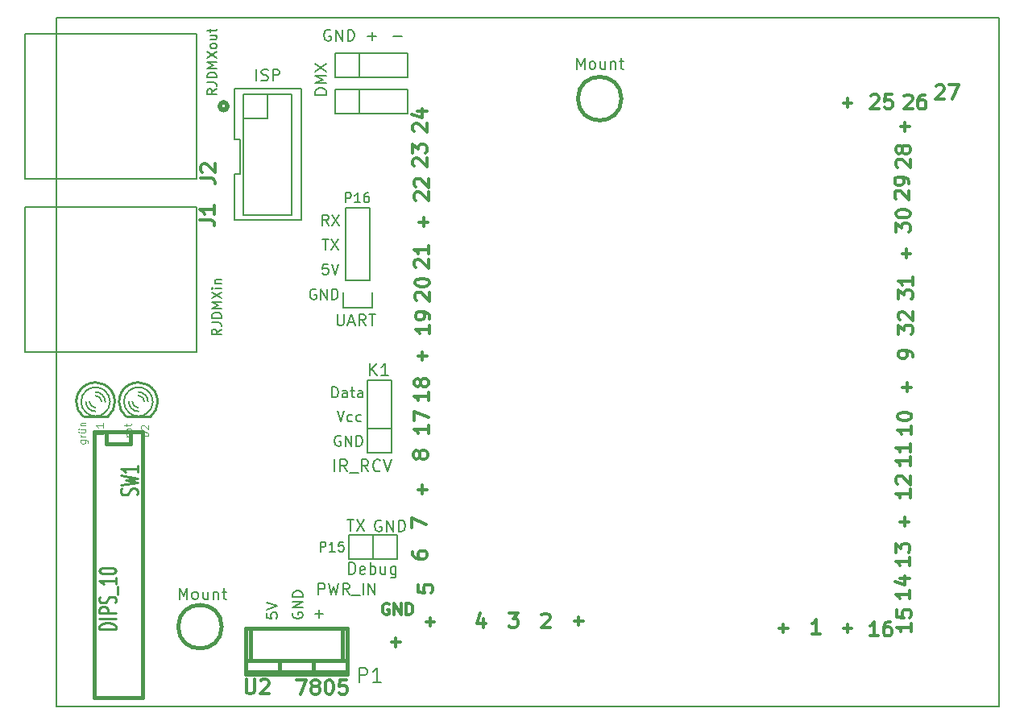
<source format=gto>
G04 #@! TF.FileFunction,Legend,Top*
%FSLAX46Y46*%
G04 Gerber Fmt 4.6, Leading zero omitted, Abs format (unit mm)*
G04 Created by KiCad (PCBNEW 4.1.0-alpha+201608211231+7083~46~ubuntu14.04.1-product) date Fri Aug 26 11:20:39 2016*
%MOMM*%
%LPD*%
G01*
G04 APERTURE LIST*
%ADD10C,0.150000*%
%ADD11C,0.300000*%
%ADD12C,0.200000*%
%ADD13C,0.500000*%
%ADD14C,0.127000*%
%ADD15C,0.381000*%
%ADD16C,0.254000*%
%ADD17C,0.152400*%
%ADD18C,0.304800*%
%ADD19C,0.203200*%
%ADD20C,0.088900*%
%ADD21C,0.285750*%
G04 APERTURE END LIST*
D10*
D11*
X80769742Y-87506185D02*
X79855457Y-87506185D01*
X80312600Y-87049042D02*
X80312600Y-87963328D01*
D12*
X50273200Y-86639295D02*
X50220819Y-86744057D01*
X50220819Y-86901200D01*
X50273200Y-87058342D01*
X50377961Y-87163104D01*
X50482723Y-87215485D01*
X50692247Y-87267866D01*
X50849390Y-87267866D01*
X51058914Y-87215485D01*
X51163676Y-87163104D01*
X51268438Y-87058342D01*
X51320819Y-86901200D01*
X51320819Y-86796438D01*
X51268438Y-86639295D01*
X51216057Y-86586914D01*
X50849390Y-86586914D01*
X50849390Y-86796438D01*
X51320819Y-86115485D02*
X50220819Y-86115485D01*
X51320819Y-85486914D01*
X50220819Y-85486914D01*
X51320819Y-84963104D02*
X50220819Y-84963104D01*
X50220819Y-84701200D01*
X50273200Y-84544057D01*
X50377961Y-84439295D01*
X50482723Y-84386914D01*
X50692247Y-84334533D01*
X50849390Y-84334533D01*
X51058914Y-84386914D01*
X51163676Y-84439295D01*
X51268438Y-84544057D01*
X51320819Y-84701200D01*
X51320819Y-84963104D01*
X52575852Y-86717971D02*
X53413947Y-86717971D01*
X52994900Y-87137019D02*
X52994900Y-86298923D01*
X47515719Y-86658423D02*
X47515719Y-87182233D01*
X48039528Y-87234614D01*
X47987147Y-87182233D01*
X47934766Y-87077471D01*
X47934766Y-86815566D01*
X47987147Y-86710804D01*
X48039528Y-86658423D01*
X48144290Y-86606042D01*
X48406195Y-86606042D01*
X48510957Y-86658423D01*
X48563338Y-86710804D01*
X48615719Y-86815566D01*
X48615719Y-87077471D01*
X48563338Y-87182233D01*
X48510957Y-87234614D01*
X47515719Y-86291757D02*
X48615719Y-85925090D01*
X47515719Y-85558423D01*
D11*
X109001842Y-88280885D02*
X108087557Y-88280885D01*
X108544700Y-87823742D02*
X108544700Y-88738028D01*
X102245442Y-88280885D02*
X101331157Y-88280885D01*
X101788300Y-87823742D02*
X101788300Y-88738028D01*
D12*
X52664804Y-52650300D02*
X52560042Y-52597919D01*
X52402900Y-52597919D01*
X52245757Y-52650300D01*
X52140995Y-52755061D01*
X52088614Y-52859823D01*
X52036233Y-53069347D01*
X52036233Y-53226490D01*
X52088614Y-53436014D01*
X52140995Y-53540776D01*
X52245757Y-53645538D01*
X52402900Y-53697919D01*
X52507661Y-53697919D01*
X52664804Y-53645538D01*
X52717185Y-53593157D01*
X52717185Y-53226490D01*
X52507661Y-53226490D01*
X53188614Y-53697919D02*
X53188614Y-52597919D01*
X53817185Y-53697919D01*
X53817185Y-52597919D01*
X54340995Y-53697919D02*
X54340995Y-52597919D01*
X54602900Y-52597919D01*
X54760042Y-52650300D01*
X54864804Y-52755061D01*
X54917185Y-52859823D01*
X54969566Y-53069347D01*
X54969566Y-53226490D01*
X54917185Y-53436014D01*
X54864804Y-53540776D01*
X54760042Y-53645538D01*
X54602900Y-53697919D01*
X54340995Y-53697919D01*
X53966476Y-49969019D02*
X53442666Y-49969019D01*
X53390285Y-50492828D01*
X53442666Y-50440447D01*
X53547428Y-50388066D01*
X53809333Y-50388066D01*
X53914095Y-50440447D01*
X53966476Y-50492828D01*
X54018857Y-50597590D01*
X54018857Y-50859495D01*
X53966476Y-50964257D01*
X53914095Y-51016638D01*
X53809333Y-51069019D01*
X53547428Y-51069019D01*
X53442666Y-51016638D01*
X53390285Y-50964257D01*
X54333142Y-49969019D02*
X54699809Y-51069019D01*
X55066476Y-49969019D01*
X54018066Y-45900119D02*
X53651400Y-45376309D01*
X53389495Y-45900119D02*
X53389495Y-44800119D01*
X53808542Y-44800119D01*
X53913304Y-44852500D01*
X53965685Y-44904880D01*
X54018066Y-45009642D01*
X54018066Y-45166785D01*
X53965685Y-45271547D01*
X53913304Y-45323928D01*
X53808542Y-45376309D01*
X53389495Y-45376309D01*
X54384733Y-44800119D02*
X55118066Y-45900119D01*
X55118066Y-44800119D02*
X54384733Y-45900119D01*
X53388704Y-47365519D02*
X54017276Y-47365519D01*
X53702990Y-48465519D02*
X53702990Y-47365519D01*
X54279180Y-47365519D02*
X55012514Y-48465519D01*
X55012514Y-47365519D02*
X54279180Y-48465519D01*
X54394480Y-64010319D02*
X54394480Y-62910319D01*
X54656385Y-62910319D01*
X54813528Y-62962700D01*
X54918290Y-63067461D01*
X54970671Y-63172223D01*
X55023052Y-63381747D01*
X55023052Y-63538890D01*
X54970671Y-63748414D01*
X54918290Y-63853176D01*
X54813528Y-63957938D01*
X54656385Y-64010319D01*
X54394480Y-64010319D01*
X55965909Y-64010319D02*
X55965909Y-63434128D01*
X55913528Y-63329366D01*
X55808766Y-63276985D01*
X55599242Y-63276985D01*
X55494480Y-63329366D01*
X55965909Y-63957938D02*
X55861147Y-64010319D01*
X55599242Y-64010319D01*
X55494480Y-63957938D01*
X55442100Y-63853176D01*
X55442100Y-63748414D01*
X55494480Y-63643652D01*
X55599242Y-63591271D01*
X55861147Y-63591271D01*
X55965909Y-63538890D01*
X56332576Y-63276985D02*
X56751623Y-63276985D01*
X56489719Y-62910319D02*
X56489719Y-63853176D01*
X56542100Y-63957938D01*
X56646861Y-64010319D01*
X56751623Y-64010319D01*
X57589719Y-64010319D02*
X57589719Y-63434128D01*
X57537338Y-63329366D01*
X57432576Y-63276985D01*
X57223052Y-63276985D01*
X57118290Y-63329366D01*
X57589719Y-63957938D02*
X57484957Y-64010319D01*
X57223052Y-64010319D01*
X57118290Y-63957938D01*
X57065909Y-63853176D01*
X57065909Y-63748414D01*
X57118290Y-63643652D01*
X57223052Y-63591271D01*
X57484957Y-63591271D01*
X57589719Y-63538890D01*
X54936576Y-65450319D02*
X55303242Y-66550319D01*
X55669909Y-65450319D01*
X56508004Y-66497938D02*
X56403242Y-66550319D01*
X56193719Y-66550319D01*
X56088957Y-66497938D01*
X56036576Y-66445557D01*
X55984195Y-66340795D01*
X55984195Y-66026509D01*
X56036576Y-65921747D01*
X56088957Y-65869366D01*
X56193719Y-65816985D01*
X56403242Y-65816985D01*
X56508004Y-65869366D01*
X57450861Y-66497938D02*
X57346100Y-66550319D01*
X57136576Y-66550319D01*
X57031814Y-66497938D01*
X56979433Y-66445557D01*
X56927052Y-66340795D01*
X56927052Y-66026509D01*
X56979433Y-65921747D01*
X57031814Y-65869366D01*
X57136576Y-65816985D01*
X57346100Y-65816985D01*
X57450861Y-65869366D01*
X55268304Y-68068100D02*
X55163542Y-68015719D01*
X55006400Y-68015719D01*
X54849257Y-68068100D01*
X54744495Y-68172861D01*
X54692114Y-68277623D01*
X54639733Y-68487147D01*
X54639733Y-68644290D01*
X54692114Y-68853814D01*
X54744495Y-68958576D01*
X54849257Y-69063338D01*
X55006400Y-69115719D01*
X55111161Y-69115719D01*
X55268304Y-69063338D01*
X55320685Y-69010957D01*
X55320685Y-68644290D01*
X55111161Y-68644290D01*
X55792114Y-69115719D02*
X55792114Y-68015719D01*
X56420685Y-69115719D01*
X56420685Y-68015719D01*
X56944495Y-69115719D02*
X56944495Y-68015719D01*
X57206400Y-68015719D01*
X57363542Y-68068100D01*
X57468304Y-68172861D01*
X57520685Y-68277623D01*
X57573066Y-68487147D01*
X57573066Y-68644290D01*
X57520685Y-68853814D01*
X57468304Y-68958576D01*
X57363542Y-69063338D01*
X57206400Y-69115719D01*
X56944495Y-69115719D01*
X59548214Y-76958900D02*
X59433928Y-76901757D01*
X59262500Y-76901757D01*
X59091071Y-76958900D01*
X58976785Y-77073185D01*
X58919642Y-77187471D01*
X58862500Y-77416042D01*
X58862500Y-77587471D01*
X58919642Y-77816042D01*
X58976785Y-77930328D01*
X59091071Y-78044614D01*
X59262500Y-78101757D01*
X59376785Y-78101757D01*
X59548214Y-78044614D01*
X59605357Y-77987471D01*
X59605357Y-77587471D01*
X59376785Y-77587471D01*
X60119642Y-78101757D02*
X60119642Y-76901757D01*
X60805357Y-78101757D01*
X60805357Y-76901757D01*
X61376785Y-78101757D02*
X61376785Y-76901757D01*
X61662500Y-76901757D01*
X61833928Y-76958900D01*
X61948214Y-77073185D01*
X62005357Y-77187471D01*
X62062500Y-77416042D01*
X62062500Y-77587471D01*
X62005357Y-77816042D01*
X61948214Y-77930328D01*
X61833928Y-78044614D01*
X61662500Y-78101757D01*
X61376785Y-78101757D01*
X56004914Y-76850957D02*
X56690628Y-76850957D01*
X56347771Y-78050957D02*
X56347771Y-76850957D01*
X56976342Y-76850957D02*
X57776342Y-78050957D01*
X57776342Y-76850957D02*
X56976342Y-78050957D01*
X38355271Y-85239157D02*
X38355271Y-84039157D01*
X38755271Y-84896300D01*
X39155271Y-84039157D01*
X39155271Y-85239157D01*
X39898128Y-85239157D02*
X39783842Y-85182014D01*
X39726700Y-85124871D01*
X39669557Y-85010585D01*
X39669557Y-84667728D01*
X39726700Y-84553442D01*
X39783842Y-84496300D01*
X39898128Y-84439157D01*
X40069557Y-84439157D01*
X40183842Y-84496300D01*
X40240985Y-84553442D01*
X40298128Y-84667728D01*
X40298128Y-85010585D01*
X40240985Y-85124871D01*
X40183842Y-85182014D01*
X40069557Y-85239157D01*
X39898128Y-85239157D01*
X41326700Y-84439157D02*
X41326700Y-85239157D01*
X40812414Y-84439157D02*
X40812414Y-85067728D01*
X40869557Y-85182014D01*
X40983842Y-85239157D01*
X41155271Y-85239157D01*
X41269557Y-85182014D01*
X41326700Y-85124871D01*
X41898128Y-84439157D02*
X41898128Y-85239157D01*
X41898128Y-84553442D02*
X41955271Y-84496300D01*
X42069557Y-84439157D01*
X42240985Y-84439157D01*
X42355271Y-84496300D01*
X42412414Y-84610585D01*
X42412414Y-85239157D01*
X42812414Y-84439157D02*
X43269557Y-84439157D01*
X42983842Y-84039157D02*
X42983842Y-85067728D01*
X43040985Y-85182014D01*
X43155271Y-85239157D01*
X43269557Y-85239157D01*
X80112871Y-29498857D02*
X80112871Y-28298857D01*
X80512871Y-29156000D01*
X80912871Y-28298857D01*
X80912871Y-29498857D01*
X81655728Y-29498857D02*
X81541442Y-29441714D01*
X81484300Y-29384571D01*
X81427157Y-29270285D01*
X81427157Y-28927428D01*
X81484300Y-28813142D01*
X81541442Y-28756000D01*
X81655728Y-28698857D01*
X81827157Y-28698857D01*
X81941442Y-28756000D01*
X81998585Y-28813142D01*
X82055728Y-28927428D01*
X82055728Y-29270285D01*
X81998585Y-29384571D01*
X81941442Y-29441714D01*
X81827157Y-29498857D01*
X81655728Y-29498857D01*
X83084300Y-28698857D02*
X83084300Y-29498857D01*
X82570014Y-28698857D02*
X82570014Y-29327428D01*
X82627157Y-29441714D01*
X82741442Y-29498857D01*
X82912871Y-29498857D01*
X83027157Y-29441714D01*
X83084300Y-29384571D01*
X83655728Y-28698857D02*
X83655728Y-29498857D01*
X83655728Y-28813142D02*
X83712871Y-28756000D01*
X83827157Y-28698857D01*
X83998585Y-28698857D01*
X84112871Y-28756000D01*
X84170014Y-28870285D01*
X84170014Y-29498857D01*
X84570014Y-28698857D02*
X85027157Y-28698857D01*
X84741442Y-28298857D02*
X84741442Y-29327428D01*
X84798585Y-29441714D01*
X84912871Y-29498857D01*
X85027157Y-29498857D01*
D11*
X60348314Y-85696500D02*
X60234028Y-85639357D01*
X60062600Y-85639357D01*
X59891171Y-85696500D01*
X59776885Y-85810785D01*
X59719742Y-85925071D01*
X59662600Y-86153642D01*
X59662600Y-86325071D01*
X59719742Y-86553642D01*
X59776885Y-86667928D01*
X59891171Y-86782214D01*
X60062600Y-86839357D01*
X60176885Y-86839357D01*
X60348314Y-86782214D01*
X60405457Y-86725071D01*
X60405457Y-86325071D01*
X60176885Y-86325071D01*
X60919742Y-86839357D02*
X60919742Y-85639357D01*
X61605457Y-86839357D01*
X61605457Y-85639357D01*
X62176885Y-86839357D02*
X62176885Y-85639357D01*
X62462600Y-85639357D01*
X62634028Y-85696500D01*
X62748314Y-85810785D01*
X62805457Y-85925071D01*
X62862600Y-86153642D01*
X62862600Y-86325071D01*
X62805457Y-86553642D01*
X62748314Y-86667928D01*
X62634028Y-86782214D01*
X62462600Y-86839357D01*
X62176885Y-86839357D01*
X61088757Y-89255661D02*
X61088757Y-90246138D01*
X61583995Y-89750900D02*
X60593519Y-89750900D01*
D12*
X60792757Y-26038185D02*
X61707042Y-26038185D01*
X58100357Y-26038185D02*
X59014642Y-26038185D01*
X58557500Y-25581042D02*
X58557500Y-26495328D01*
X54188814Y-25384200D02*
X54074528Y-25327057D01*
X53903100Y-25327057D01*
X53731671Y-25384200D01*
X53617385Y-25498485D01*
X53560242Y-25612771D01*
X53503100Y-25841342D01*
X53503100Y-26012771D01*
X53560242Y-26241342D01*
X53617385Y-26355628D01*
X53731671Y-26469914D01*
X53903100Y-26527057D01*
X54017385Y-26527057D01*
X54188814Y-26469914D01*
X54245957Y-26412771D01*
X54245957Y-26012771D01*
X54017385Y-26012771D01*
X54760242Y-26527057D02*
X54760242Y-25327057D01*
X55445957Y-26527057D01*
X55445957Y-25327057D01*
X56017385Y-26527057D02*
X56017385Y-25327057D01*
X56303100Y-25327057D01*
X56474528Y-25384200D01*
X56588814Y-25498485D01*
X56645957Y-25612771D01*
X56703100Y-25841342D01*
X56703100Y-26012771D01*
X56645957Y-26241342D01*
X56588814Y-26355628D01*
X56474528Y-26469914D01*
X56303100Y-26527057D01*
X56017385Y-26527057D01*
X53791757Y-32191128D02*
X52591757Y-32191128D01*
X52591757Y-31905414D01*
X52648900Y-31733985D01*
X52763185Y-31619700D01*
X52877471Y-31562557D01*
X53106042Y-31505414D01*
X53277471Y-31505414D01*
X53506042Y-31562557D01*
X53620328Y-31619700D01*
X53734614Y-31733985D01*
X53791757Y-31905414D01*
X53791757Y-32191128D01*
X53791757Y-30991128D02*
X52591757Y-30991128D01*
X53448900Y-30591128D01*
X52591757Y-30191128D01*
X53791757Y-30191128D01*
X52591757Y-29733985D02*
X53791757Y-28933985D01*
X52591757Y-28933985D02*
X53791757Y-29733985D01*
D11*
X117866642Y-31287328D02*
X117938071Y-31215900D01*
X118080928Y-31144471D01*
X118438071Y-31144471D01*
X118580928Y-31215900D01*
X118652357Y-31287328D01*
X118723785Y-31430185D01*
X118723785Y-31573042D01*
X118652357Y-31787328D01*
X117795214Y-32644471D01*
X118723785Y-32644471D01*
X119223785Y-31144471D02*
X120223785Y-31144471D01*
X119580928Y-32644471D01*
X108087557Y-33042214D02*
X109001842Y-33042214D01*
X108544700Y-33499357D02*
X108544700Y-32585071D01*
X114586714Y-36017142D02*
X114586714Y-35102857D01*
X115043857Y-35560000D02*
X114129571Y-35560000D01*
X114726414Y-49339442D02*
X114726414Y-48425157D01*
X115183557Y-48882300D02*
X114269271Y-48882300D01*
X114802614Y-63398342D02*
X114802614Y-62484057D01*
X115259757Y-62941200D02*
X114345471Y-62941200D01*
X114535914Y-77533442D02*
X114535914Y-76619157D01*
X114993057Y-77076300D02*
X114078771Y-77076300D01*
X115243071Y-87725214D02*
X115243071Y-88582357D01*
X115243071Y-88153785D02*
X113743071Y-88153785D01*
X113957357Y-88296642D01*
X114100214Y-88439500D01*
X114171642Y-88582357D01*
X113743071Y-86368071D02*
X113743071Y-87082357D01*
X114457357Y-87153785D01*
X114385928Y-87082357D01*
X114314500Y-86939500D01*
X114314500Y-86582357D01*
X114385928Y-86439500D01*
X114457357Y-86368071D01*
X114600214Y-86296642D01*
X114957357Y-86296642D01*
X115100214Y-86368071D01*
X115171642Y-86439500D01*
X115243071Y-86582357D01*
X115243071Y-86939500D01*
X115171642Y-87082357D01*
X115100214Y-87153785D01*
X115090671Y-84296214D02*
X115090671Y-85153357D01*
X115090671Y-84724785D02*
X113590671Y-84724785D01*
X113804957Y-84867642D01*
X113947814Y-85010500D01*
X114019242Y-85153357D01*
X114090671Y-83010500D02*
X115090671Y-83010500D01*
X113519242Y-83367642D02*
X114590671Y-83724785D01*
X114590671Y-82796214D01*
X115090671Y-80791014D02*
X115090671Y-81648157D01*
X115090671Y-81219585D02*
X113590671Y-81219585D01*
X113804957Y-81362442D01*
X113947814Y-81505300D01*
X114019242Y-81648157D01*
X113590671Y-80291014D02*
X113590671Y-79362442D01*
X114162100Y-79862442D01*
X114162100Y-79648157D01*
X114233528Y-79505300D01*
X114304957Y-79433871D01*
X114447814Y-79362442D01*
X114804957Y-79362442D01*
X114947814Y-79433871D01*
X115019242Y-79505300D01*
X115090671Y-79648157D01*
X115090671Y-80076728D01*
X115019242Y-80219585D01*
X114947814Y-80291014D01*
X115166871Y-73666314D02*
X115166871Y-74523457D01*
X115166871Y-74094885D02*
X113666871Y-74094885D01*
X113881157Y-74237742D01*
X114024014Y-74380600D01*
X114095442Y-74523457D01*
X113809728Y-73094885D02*
X113738300Y-73023457D01*
X113666871Y-72880600D01*
X113666871Y-72523457D01*
X113738300Y-72380600D01*
X113809728Y-72309171D01*
X113952585Y-72237742D01*
X114095442Y-72237742D01*
X114309728Y-72309171D01*
X115166871Y-73166314D01*
X115166871Y-72237742D01*
X115166871Y-70275414D02*
X115166871Y-71132557D01*
X115166871Y-70703985D02*
X113666871Y-70703985D01*
X113881157Y-70846842D01*
X114024014Y-70989700D01*
X114095442Y-71132557D01*
X115166871Y-68846842D02*
X115166871Y-69703985D01*
X115166871Y-69275414D02*
X113666871Y-69275414D01*
X113881157Y-69418271D01*
X114024014Y-69561128D01*
X114095442Y-69703985D01*
X115281171Y-66998814D02*
X115281171Y-67855957D01*
X115281171Y-67427385D02*
X113781171Y-67427385D01*
X113995457Y-67570242D01*
X114138314Y-67713100D01*
X114209742Y-67855957D01*
X113781171Y-66070242D02*
X113781171Y-65927385D01*
X113852600Y-65784528D01*
X113924028Y-65713100D01*
X114066885Y-65641671D01*
X114352600Y-65570242D01*
X114709742Y-65570242D01*
X114995457Y-65641671D01*
X115138314Y-65713100D01*
X115209742Y-65784528D01*
X115281171Y-65927385D01*
X115281171Y-66070242D01*
X115209742Y-66213100D01*
X115138314Y-66284528D01*
X114995457Y-66355957D01*
X114709742Y-66427385D01*
X114352600Y-66427385D01*
X114066885Y-66355957D01*
X113924028Y-66284528D01*
X113852600Y-66213100D01*
X113781171Y-66070242D01*
X115395471Y-59759814D02*
X115395471Y-59474100D01*
X115324042Y-59331242D01*
X115252614Y-59259814D01*
X115038328Y-59116957D01*
X114752614Y-59045528D01*
X114181185Y-59045528D01*
X114038328Y-59116957D01*
X113966900Y-59188385D01*
X113895471Y-59331242D01*
X113895471Y-59616957D01*
X113966900Y-59759814D01*
X114038328Y-59831242D01*
X114181185Y-59902671D01*
X114538328Y-59902671D01*
X114681185Y-59831242D01*
X114752614Y-59759814D01*
X114824042Y-59616957D01*
X114824042Y-59331242D01*
X114752614Y-59188385D01*
X114681185Y-59116957D01*
X114538328Y-59045528D01*
X113895471Y-57335585D02*
X113895471Y-56407014D01*
X114466900Y-56907014D01*
X114466900Y-56692728D01*
X114538328Y-56549871D01*
X114609757Y-56478442D01*
X114752614Y-56407014D01*
X115109757Y-56407014D01*
X115252614Y-56478442D01*
X115324042Y-56549871D01*
X115395471Y-56692728D01*
X115395471Y-57121300D01*
X115324042Y-57264157D01*
X115252614Y-57335585D01*
X114038328Y-55835585D02*
X113966900Y-55764157D01*
X113895471Y-55621300D01*
X113895471Y-55264157D01*
X113966900Y-55121300D01*
X114038328Y-55049871D01*
X114181185Y-54978442D01*
X114324042Y-54978442D01*
X114538328Y-55049871D01*
X115395471Y-55907014D01*
X115395471Y-54978442D01*
X113895471Y-53677985D02*
X113895471Y-52749414D01*
X114466900Y-53249414D01*
X114466900Y-53035128D01*
X114538328Y-52892271D01*
X114609757Y-52820842D01*
X114752614Y-52749414D01*
X115109757Y-52749414D01*
X115252614Y-52820842D01*
X115324042Y-52892271D01*
X115395471Y-53035128D01*
X115395471Y-53463700D01*
X115324042Y-53606557D01*
X115252614Y-53677985D01*
X115395471Y-51320842D02*
X115395471Y-52177985D01*
X115395471Y-51749414D02*
X113895471Y-51749414D01*
X114109757Y-51892271D01*
X114252614Y-52035128D01*
X114324042Y-52177985D01*
X113628771Y-46629485D02*
X113628771Y-45700914D01*
X114200200Y-46200914D01*
X114200200Y-45986628D01*
X114271628Y-45843771D01*
X114343057Y-45772342D01*
X114485914Y-45700914D01*
X114843057Y-45700914D01*
X114985914Y-45772342D01*
X115057342Y-45843771D01*
X115128771Y-45986628D01*
X115128771Y-46415200D01*
X115057342Y-46558057D01*
X114985914Y-46629485D01*
X113628771Y-44772342D02*
X113628771Y-44629485D01*
X113700200Y-44486628D01*
X113771628Y-44415200D01*
X113914485Y-44343771D01*
X114200200Y-44272342D01*
X114557342Y-44272342D01*
X114843057Y-44343771D01*
X114985914Y-44415200D01*
X115057342Y-44486628D01*
X115128771Y-44629485D01*
X115128771Y-44772342D01*
X115057342Y-44915200D01*
X114985914Y-44986628D01*
X114843057Y-45058057D01*
X114557342Y-45129485D01*
X114200200Y-45129485D01*
X113914485Y-45058057D01*
X113771628Y-44986628D01*
X113700200Y-44915200D01*
X113628771Y-44772342D01*
X113657328Y-43129057D02*
X113585900Y-43057628D01*
X113514471Y-42914771D01*
X113514471Y-42557628D01*
X113585900Y-42414771D01*
X113657328Y-42343342D01*
X113800185Y-42271914D01*
X113943042Y-42271914D01*
X114157328Y-42343342D01*
X115014471Y-43200485D01*
X115014471Y-42271914D01*
X115014471Y-41557628D02*
X115014471Y-41271914D01*
X114943042Y-41129057D01*
X114871614Y-41057628D01*
X114657328Y-40914771D01*
X114371614Y-40843342D01*
X113800185Y-40843342D01*
X113657328Y-40914771D01*
X113585900Y-40986200D01*
X113514471Y-41129057D01*
X113514471Y-41414771D01*
X113585900Y-41557628D01*
X113657328Y-41629057D01*
X113800185Y-41700485D01*
X114157328Y-41700485D01*
X114300185Y-41629057D01*
X114371614Y-41557628D01*
X114443042Y-41414771D01*
X114443042Y-41129057D01*
X114371614Y-40986200D01*
X114300185Y-40914771D01*
X114157328Y-40843342D01*
X113771628Y-39814357D02*
X113700200Y-39742928D01*
X113628771Y-39600071D01*
X113628771Y-39242928D01*
X113700200Y-39100071D01*
X113771628Y-39028642D01*
X113914485Y-38957214D01*
X114057342Y-38957214D01*
X114271628Y-39028642D01*
X115128771Y-39885785D01*
X115128771Y-38957214D01*
X114271628Y-38100071D02*
X114200200Y-38242928D01*
X114128771Y-38314357D01*
X113985914Y-38385785D01*
X113914485Y-38385785D01*
X113771628Y-38314357D01*
X113700200Y-38242928D01*
X113628771Y-38100071D01*
X113628771Y-37814357D01*
X113700200Y-37671500D01*
X113771628Y-37600071D01*
X113914485Y-37528642D01*
X113985914Y-37528642D01*
X114128771Y-37600071D01*
X114200200Y-37671500D01*
X114271628Y-37814357D01*
X114271628Y-38100071D01*
X114343057Y-38242928D01*
X114414485Y-38314357D01*
X114557342Y-38385785D01*
X114843057Y-38385785D01*
X114985914Y-38314357D01*
X115057342Y-38242928D01*
X115128771Y-38100071D01*
X115128771Y-37814357D01*
X115057342Y-37671500D01*
X114985914Y-37600071D01*
X114843057Y-37528642D01*
X114557342Y-37528642D01*
X114414485Y-37600071D01*
X114343057Y-37671500D01*
X114271628Y-37814357D01*
X114513842Y-32341428D02*
X114585271Y-32270000D01*
X114728128Y-32198571D01*
X115085271Y-32198571D01*
X115228128Y-32270000D01*
X115299557Y-32341428D01*
X115370985Y-32484285D01*
X115370985Y-32627142D01*
X115299557Y-32841428D01*
X114442414Y-33698571D01*
X115370985Y-33698571D01*
X116656700Y-32198571D02*
X116370985Y-32198571D01*
X116228128Y-32270000D01*
X116156700Y-32341428D01*
X116013842Y-32555714D01*
X115942414Y-32841428D01*
X115942414Y-33412857D01*
X116013842Y-33555714D01*
X116085271Y-33627142D01*
X116228128Y-33698571D01*
X116513842Y-33698571D01*
X116656700Y-33627142D01*
X116728128Y-33555714D01*
X116799557Y-33412857D01*
X116799557Y-33055714D01*
X116728128Y-32912857D01*
X116656700Y-32841428D01*
X116513842Y-32770000D01*
X116228128Y-32770000D01*
X116085271Y-32841428D01*
X116013842Y-32912857D01*
X115942414Y-33055714D01*
X111008642Y-32303328D02*
X111080071Y-32231900D01*
X111222928Y-32160471D01*
X111580071Y-32160471D01*
X111722928Y-32231900D01*
X111794357Y-32303328D01*
X111865785Y-32446185D01*
X111865785Y-32589042D01*
X111794357Y-32803328D01*
X110937214Y-33660471D01*
X111865785Y-33660471D01*
X113222928Y-32160471D02*
X112508642Y-32160471D01*
X112437214Y-32874757D01*
X112508642Y-32803328D01*
X112651500Y-32731900D01*
X113008642Y-32731900D01*
X113151500Y-32803328D01*
X113222928Y-32874757D01*
X113294357Y-33017614D01*
X113294357Y-33374757D01*
X113222928Y-33517614D01*
X113151500Y-33589042D01*
X113008642Y-33660471D01*
X112651500Y-33660471D01*
X112508642Y-33589042D01*
X112437214Y-33517614D01*
X62984328Y-36042457D02*
X62912900Y-35971028D01*
X62841471Y-35828171D01*
X62841471Y-35471028D01*
X62912900Y-35328171D01*
X62984328Y-35256742D01*
X63127185Y-35185314D01*
X63270042Y-35185314D01*
X63484328Y-35256742D01*
X64341471Y-36113885D01*
X64341471Y-35185314D01*
X63341471Y-33899600D02*
X64341471Y-33899600D01*
X62770042Y-34256742D02*
X63841471Y-34613885D01*
X63841471Y-33685314D01*
X62984328Y-39700057D02*
X62912900Y-39628628D01*
X62841471Y-39485771D01*
X62841471Y-39128628D01*
X62912900Y-38985771D01*
X62984328Y-38914342D01*
X63127185Y-38842914D01*
X63270042Y-38842914D01*
X63484328Y-38914342D01*
X64341471Y-39771485D01*
X64341471Y-38842914D01*
X62841471Y-38342914D02*
X62841471Y-37414342D01*
X63412900Y-37914342D01*
X63412900Y-37700057D01*
X63484328Y-37557200D01*
X63555757Y-37485771D01*
X63698614Y-37414342D01*
X64055757Y-37414342D01*
X64198614Y-37485771D01*
X64270042Y-37557200D01*
X64341471Y-37700057D01*
X64341471Y-38128628D01*
X64270042Y-38271485D01*
X64198614Y-38342914D01*
X63136728Y-43281457D02*
X63065300Y-43210028D01*
X62993871Y-43067171D01*
X62993871Y-42710028D01*
X63065300Y-42567171D01*
X63136728Y-42495742D01*
X63279585Y-42424314D01*
X63422442Y-42424314D01*
X63636728Y-42495742D01*
X64493871Y-43352885D01*
X64493871Y-42424314D01*
X63136728Y-41852885D02*
X63065300Y-41781457D01*
X62993871Y-41638600D01*
X62993871Y-41281457D01*
X63065300Y-41138600D01*
X63136728Y-41067171D01*
X63279585Y-40995742D01*
X63422442Y-40995742D01*
X63636728Y-41067171D01*
X64493871Y-41924314D01*
X64493871Y-40995742D01*
X63174828Y-50329957D02*
X63103400Y-50258528D01*
X63031971Y-50115671D01*
X63031971Y-49758528D01*
X63103400Y-49615671D01*
X63174828Y-49544242D01*
X63317685Y-49472814D01*
X63460542Y-49472814D01*
X63674828Y-49544242D01*
X64531971Y-50401385D01*
X64531971Y-49472814D01*
X64531971Y-48044242D02*
X64531971Y-48901385D01*
X64531971Y-48472814D02*
X63031971Y-48472814D01*
X63246257Y-48615671D01*
X63389114Y-48758528D01*
X63460542Y-48901385D01*
X63251028Y-53797057D02*
X63179600Y-53725628D01*
X63108171Y-53582771D01*
X63108171Y-53225628D01*
X63179600Y-53082771D01*
X63251028Y-53011342D01*
X63393885Y-52939914D01*
X63536742Y-52939914D01*
X63751028Y-53011342D01*
X64608171Y-53868485D01*
X64608171Y-52939914D01*
X63108171Y-52011342D02*
X63108171Y-51868485D01*
X63179600Y-51725628D01*
X63251028Y-51654200D01*
X63393885Y-51582771D01*
X63679600Y-51511342D01*
X64036742Y-51511342D01*
X64322457Y-51582771D01*
X64465314Y-51654200D01*
X64536742Y-51725628D01*
X64608171Y-51868485D01*
X64608171Y-52011342D01*
X64536742Y-52154200D01*
X64465314Y-52225628D01*
X64322457Y-52297057D01*
X64036742Y-52368485D01*
X63679600Y-52368485D01*
X63393885Y-52297057D01*
X63251028Y-52225628D01*
X63179600Y-52154200D01*
X63108171Y-52011342D01*
X64646271Y-56445114D02*
X64646271Y-57302257D01*
X64646271Y-56873685D02*
X63146271Y-56873685D01*
X63360557Y-57016542D01*
X63503414Y-57159400D01*
X63574842Y-57302257D01*
X64646271Y-55730828D02*
X64646271Y-55445114D01*
X64574842Y-55302257D01*
X64503414Y-55230828D01*
X64289128Y-55087971D01*
X64003414Y-55016542D01*
X63431985Y-55016542D01*
X63289128Y-55087971D01*
X63217700Y-55159400D01*
X63146271Y-55302257D01*
X63146271Y-55587971D01*
X63217700Y-55730828D01*
X63289128Y-55802257D01*
X63431985Y-55873685D01*
X63789128Y-55873685D01*
X63931985Y-55802257D01*
X64003414Y-55730828D01*
X64074842Y-55587971D01*
X64074842Y-55302257D01*
X64003414Y-55159400D01*
X63931985Y-55087971D01*
X63789128Y-55016542D01*
X64531971Y-63455514D02*
X64531971Y-64312657D01*
X64531971Y-63884085D02*
X63031971Y-63884085D01*
X63246257Y-64026942D01*
X63389114Y-64169800D01*
X63460542Y-64312657D01*
X63674828Y-62598371D02*
X63603400Y-62741228D01*
X63531971Y-62812657D01*
X63389114Y-62884085D01*
X63317685Y-62884085D01*
X63174828Y-62812657D01*
X63103400Y-62741228D01*
X63031971Y-62598371D01*
X63031971Y-62312657D01*
X63103400Y-62169800D01*
X63174828Y-62098371D01*
X63317685Y-62026942D01*
X63389114Y-62026942D01*
X63531971Y-62098371D01*
X63603400Y-62169800D01*
X63674828Y-62312657D01*
X63674828Y-62598371D01*
X63746257Y-62741228D01*
X63817685Y-62812657D01*
X63960542Y-62884085D01*
X64246257Y-62884085D01*
X64389114Y-62812657D01*
X64460542Y-62741228D01*
X64531971Y-62598371D01*
X64531971Y-62312657D01*
X64460542Y-62169800D01*
X64389114Y-62098371D01*
X64246257Y-62026942D01*
X63960542Y-62026942D01*
X63817685Y-62098371D01*
X63746257Y-62169800D01*
X63674828Y-62312657D01*
X64531971Y-66960714D02*
X64531971Y-67817857D01*
X64531971Y-67389285D02*
X63031971Y-67389285D01*
X63246257Y-67532142D01*
X63389114Y-67675000D01*
X63460542Y-67817857D01*
X63031971Y-66460714D02*
X63031971Y-65460714D01*
X64531971Y-66103571D01*
X63560528Y-70170657D02*
X63489100Y-70313514D01*
X63417671Y-70384942D01*
X63274814Y-70456371D01*
X63203385Y-70456371D01*
X63060528Y-70384942D01*
X62989100Y-70313514D01*
X62917671Y-70170657D01*
X62917671Y-69884942D01*
X62989100Y-69742085D01*
X63060528Y-69670657D01*
X63203385Y-69599228D01*
X63274814Y-69599228D01*
X63417671Y-69670657D01*
X63489100Y-69742085D01*
X63560528Y-69884942D01*
X63560528Y-70170657D01*
X63631957Y-70313514D01*
X63703385Y-70384942D01*
X63846242Y-70456371D01*
X64131957Y-70456371D01*
X64274814Y-70384942D01*
X64346242Y-70313514D01*
X64417671Y-70170657D01*
X64417671Y-69884942D01*
X64346242Y-69742085D01*
X64274814Y-69670657D01*
X64131957Y-69599228D01*
X63846242Y-69599228D01*
X63703385Y-69670657D01*
X63631957Y-69742085D01*
X63560528Y-69884942D01*
X62765271Y-77690600D02*
X62765271Y-76690600D01*
X64265271Y-77333457D01*
X62841471Y-80257685D02*
X62841471Y-80543400D01*
X62912900Y-80686257D01*
X62984328Y-80757685D01*
X63198614Y-80900542D01*
X63484328Y-80971971D01*
X64055757Y-80971971D01*
X64198614Y-80900542D01*
X64270042Y-80829114D01*
X64341471Y-80686257D01*
X64341471Y-80400542D01*
X64270042Y-80257685D01*
X64198614Y-80186257D01*
X64055757Y-80114828D01*
X63698614Y-80114828D01*
X63555757Y-80186257D01*
X63484328Y-80257685D01*
X63412900Y-80400542D01*
X63412900Y-80686257D01*
X63484328Y-80829114D01*
X63555757Y-80900542D01*
X63698614Y-80971971D01*
X63425671Y-83742257D02*
X63425671Y-84456542D01*
X64139957Y-84527971D01*
X64068528Y-84456542D01*
X63997100Y-84313685D01*
X63997100Y-83956542D01*
X64068528Y-83813685D01*
X64139957Y-83742257D01*
X64282814Y-83670828D01*
X64639957Y-83670828D01*
X64782814Y-83742257D01*
X64854242Y-83813685D01*
X64925671Y-83956542D01*
X64925671Y-84313685D01*
X64854242Y-84456542D01*
X64782814Y-84527971D01*
X63977214Y-46024742D02*
X63977214Y-45110457D01*
X64434357Y-45567600D02*
X63520071Y-45567600D01*
X63865114Y-60121742D02*
X63865114Y-59207457D01*
X64322257Y-59664600D02*
X63407971Y-59664600D01*
X63865114Y-74142542D02*
X63865114Y-73228257D01*
X64322257Y-73685400D02*
X63407971Y-73685400D01*
X64688414Y-88061742D02*
X64688414Y-87147457D01*
X65145557Y-87604600D02*
X64231271Y-87604600D01*
X70313514Y-87232371D02*
X70313514Y-88232371D01*
X69956371Y-86660942D02*
X69599228Y-87732371D01*
X70527800Y-87732371D01*
X72956800Y-86656171D02*
X73885371Y-86656171D01*
X73385371Y-87227600D01*
X73599657Y-87227600D01*
X73742514Y-87299028D01*
X73813942Y-87370457D01*
X73885371Y-87513314D01*
X73885371Y-87870457D01*
X73813942Y-88013314D01*
X73742514Y-88084742D01*
X73599657Y-88156171D01*
X73171085Y-88156171D01*
X73028228Y-88084742D01*
X72956800Y-88013314D01*
X76419128Y-86875228D02*
X76490557Y-86803800D01*
X76633414Y-86732371D01*
X76990557Y-86732371D01*
X77133414Y-86803800D01*
X77204842Y-86875228D01*
X77276271Y-87018085D01*
X77276271Y-87160942D01*
X77204842Y-87375228D01*
X76347700Y-88232371D01*
X77276271Y-88232371D01*
X111764185Y-89070571D02*
X110907042Y-89070571D01*
X111335614Y-89070571D02*
X111335614Y-87570571D01*
X111192757Y-87784857D01*
X111049900Y-87927714D01*
X110907042Y-87999142D01*
X113049900Y-87570571D02*
X112764185Y-87570571D01*
X112621328Y-87642000D01*
X112549900Y-87713428D01*
X112407042Y-87927714D01*
X112335614Y-88213428D01*
X112335614Y-88784857D01*
X112407042Y-88927714D01*
X112478471Y-88999142D01*
X112621328Y-89070571D01*
X112907042Y-89070571D01*
X113049900Y-88999142D01*
X113121328Y-88927714D01*
X113192757Y-88784857D01*
X113192757Y-88427714D01*
X113121328Y-88284857D01*
X113049900Y-88213428D01*
X112907042Y-88142000D01*
X112621328Y-88142000D01*
X112478471Y-88213428D01*
X112407042Y-88284857D01*
X112335614Y-88427714D01*
X105658571Y-88880071D02*
X104801428Y-88880071D01*
X105230000Y-88880071D02*
X105230000Y-87380071D01*
X105087142Y-87594357D01*
X104944285Y-87737214D01*
X104801428Y-87808642D01*
D12*
X56162857Y-82572857D02*
X56162857Y-81372857D01*
X56448571Y-81372857D01*
X56620000Y-81430000D01*
X56734285Y-81544285D01*
X56791428Y-81658571D01*
X56848571Y-81887142D01*
X56848571Y-82058571D01*
X56791428Y-82287142D01*
X56734285Y-82401428D01*
X56620000Y-82515714D01*
X56448571Y-82572857D01*
X56162857Y-82572857D01*
X57820000Y-82515714D02*
X57705714Y-82572857D01*
X57477142Y-82572857D01*
X57362857Y-82515714D01*
X57305714Y-82401428D01*
X57305714Y-81944285D01*
X57362857Y-81830000D01*
X57477142Y-81772857D01*
X57705714Y-81772857D01*
X57820000Y-81830000D01*
X57877142Y-81944285D01*
X57877142Y-82058571D01*
X57305714Y-82172857D01*
X58391428Y-82572857D02*
X58391428Y-81372857D01*
X58391428Y-81830000D02*
X58505714Y-81772857D01*
X58734285Y-81772857D01*
X58848571Y-81830000D01*
X58905714Y-81887142D01*
X58962857Y-82001428D01*
X58962857Y-82344285D01*
X58905714Y-82458571D01*
X58848571Y-82515714D01*
X58734285Y-82572857D01*
X58505714Y-82572857D01*
X58391428Y-82515714D01*
X59991428Y-81772857D02*
X59991428Y-82572857D01*
X59477142Y-81772857D02*
X59477142Y-82401428D01*
X59534285Y-82515714D01*
X59648571Y-82572857D01*
X59820000Y-82572857D01*
X59934285Y-82515714D01*
X59991428Y-82458571D01*
X61077142Y-81772857D02*
X61077142Y-82744285D01*
X61020000Y-82858571D01*
X60962857Y-82915714D01*
X60848571Y-82972857D01*
X60677142Y-82972857D01*
X60562857Y-82915714D01*
X61077142Y-82515714D02*
X60962857Y-82572857D01*
X60734285Y-82572857D01*
X60620000Y-82515714D01*
X60562857Y-82458571D01*
X60505714Y-82344285D01*
X60505714Y-82001428D01*
X60562857Y-81887142D01*
X60620000Y-81830000D01*
X60734285Y-81772857D01*
X60962857Y-81772857D01*
X61077142Y-81830000D01*
D13*
X43383609Y-33400000D02*
G75*
G03X43383609Y-33400000I-403609J0D01*
G01*
D12*
X44680000Y-36880000D02*
X44120000Y-36880000D01*
X44680000Y-40510000D02*
X44680000Y-36880000D01*
X44120000Y-40510000D02*
X44680000Y-40510000D01*
X44120000Y-45350000D02*
X44120000Y-40510000D01*
X51160000Y-45350000D02*
X44120000Y-45350000D01*
X51160000Y-31570000D02*
X51160000Y-45350000D01*
X44120000Y-31570000D02*
X51160000Y-31570000D01*
X44120000Y-36910000D02*
X44120000Y-31570000D01*
X124460000Y-24130000D02*
X25400000Y-24130000D01*
X124460000Y-96520000D02*
X124460000Y-24130000D01*
X25400000Y-96520000D02*
X124460000Y-96520000D01*
X25400000Y-24130000D02*
X25400000Y-96520000D01*
D14*
X22108500Y-43967400D02*
X22108500Y-59207400D01*
X22108500Y-59207400D02*
X40142500Y-59207400D01*
X40142500Y-59207400D02*
X40142500Y-43967400D01*
X40142500Y-43967400D02*
X22108500Y-43967400D01*
D10*
X58345000Y-51730000D02*
X58345000Y-44110000D01*
X55805000Y-51730000D02*
X55805000Y-44110000D01*
X55525000Y-54550000D02*
X55525000Y-53000000D01*
X58345000Y-44110000D02*
X55805000Y-44110000D01*
X55805000Y-51730000D02*
X58345000Y-51730000D01*
X58625000Y-53000000D02*
X58625000Y-54550000D01*
X58625000Y-54550000D02*
X55525000Y-54550000D01*
D15*
X42786000Y-88100000D02*
G75*
G03X42786000Y-88100000I-2286000J0D01*
G01*
X84786000Y-32600000D02*
G75*
G03X84786000Y-32600000I-2286000J0D01*
G01*
D16*
X28251900Y-66029900D02*
X30791900Y-66029900D01*
D17*
X30497427Y-63284236D02*
G75*
G03X29521900Y-62931100I-975527J-1170864D01*
G01*
X29521431Y-62932989D02*
G75*
G03X28510980Y-63317180I469J-1522111D01*
G01*
X29521934Y-65977247D02*
G75*
G03X30512500Y-65610800I-34J1522147D01*
G01*
X28546373Y-65625964D02*
G75*
G03X29521900Y-65979100I975527J1170864D01*
G01*
X30409055Y-65694266D02*
G75*
G03X31045900Y-64455100I-887155J1239166D01*
G01*
X31045900Y-64454299D02*
G75*
G03X30436300Y-63235900I-1524000J-801D01*
G01*
X27999694Y-64455542D02*
G75*
G03X28587180Y-65656520I1522206J442D01*
G01*
X28585729Y-63252536D02*
G75*
G03X27997900Y-64455100I936171J-1202564D01*
G01*
X30156900Y-64455100D02*
G75*
G03X29521900Y-63820100I-635000J0D01*
G01*
X30537900Y-64455100D02*
G75*
G03X29521900Y-63439100I-1016000J0D01*
G01*
X28886900Y-64455100D02*
G75*
G03X29521900Y-65090100I635000J0D01*
G01*
X28505900Y-64455100D02*
G75*
G03X29521900Y-65471100I1016000J0D01*
G01*
D16*
X30825326Y-66013980D02*
G75*
G03X31553900Y-64455100I-1303426J1558880D01*
G01*
X31551360Y-64454125D02*
G75*
G03X30476940Y-62664400I-2029460J-975D01*
G01*
X27492514Y-64457652D02*
G75*
G03X28211260Y-66004500I2029386J2552D01*
G01*
X28512049Y-62691801D02*
G75*
G03X27489900Y-64455100I1009851J-1763299D01*
G01*
X30485247Y-62665970D02*
G75*
G03X29521900Y-62423100I-963347J-1789130D01*
G01*
X29521800Y-62424177D02*
G75*
G03X28457640Y-62725360I100J-2030923D01*
G01*
X32751900Y-66029900D02*
X35291900Y-66029900D01*
D17*
X34997427Y-63284236D02*
G75*
G03X34021900Y-62931100I-975527J-1170864D01*
G01*
X34021431Y-62932989D02*
G75*
G03X33010980Y-63317180I469J-1522111D01*
G01*
X34021934Y-65977247D02*
G75*
G03X35012500Y-65610800I-34J1522147D01*
G01*
X33046373Y-65625964D02*
G75*
G03X34021900Y-65979100I975527J1170864D01*
G01*
X34909055Y-65694266D02*
G75*
G03X35545900Y-64455100I-887155J1239166D01*
G01*
X35545900Y-64454299D02*
G75*
G03X34936300Y-63235900I-1524000J-801D01*
G01*
X32499694Y-64455542D02*
G75*
G03X33087180Y-65656520I1522206J442D01*
G01*
X33085729Y-63252536D02*
G75*
G03X32497900Y-64455100I936171J-1202564D01*
G01*
X34656900Y-64455100D02*
G75*
G03X34021900Y-63820100I-635000J0D01*
G01*
X35037900Y-64455100D02*
G75*
G03X34021900Y-63439100I-1016000J0D01*
G01*
X33386900Y-64455100D02*
G75*
G03X34021900Y-65090100I635000J0D01*
G01*
X33005900Y-64455100D02*
G75*
G03X34021900Y-65471100I1016000J0D01*
G01*
D16*
X35325326Y-66013980D02*
G75*
G03X36053900Y-64455100I-1303426J1558880D01*
G01*
X36051360Y-64454125D02*
G75*
G03X34976940Y-62664400I-2029460J-975D01*
G01*
X31992514Y-64457652D02*
G75*
G03X32711260Y-66004500I2029386J2552D01*
G01*
X33012049Y-62691801D02*
G75*
G03X31989900Y-64455100I1009851J-1763299D01*
G01*
X34985247Y-62665970D02*
G75*
G03X34021900Y-62423100I-963347J-1789130D01*
G01*
X34021800Y-62424177D02*
G75*
G03X32957640Y-62725360I100J-2030923D01*
G01*
D10*
X60630000Y-67280000D02*
X60630000Y-62200000D01*
X60630000Y-62200000D02*
X58090000Y-62200000D01*
X58090000Y-62200000D02*
X58090000Y-67280000D01*
X58090000Y-69820000D02*
X58090000Y-67280000D01*
X58090000Y-67280000D02*
X60630000Y-67280000D01*
X58090000Y-69820000D02*
X60630000Y-69820000D01*
X60630000Y-69820000D02*
X60630000Y-67280000D01*
X57260000Y-30400000D02*
X62340000Y-30400000D01*
X62340000Y-30400000D02*
X62340000Y-27860000D01*
X62340000Y-27860000D02*
X57260000Y-27860000D01*
X54720000Y-27860000D02*
X57260000Y-27860000D01*
X57260000Y-27860000D02*
X57260000Y-30400000D01*
X54720000Y-27860000D02*
X54720000Y-30400000D01*
X54720000Y-30400000D02*
X57260000Y-30400000D01*
X57260000Y-34150000D02*
X62340000Y-34150000D01*
X62340000Y-34150000D02*
X62340000Y-31610000D01*
X62340000Y-31610000D02*
X57260000Y-31610000D01*
X54720000Y-31610000D02*
X57260000Y-31610000D01*
X57260000Y-31610000D02*
X57260000Y-34150000D01*
X54720000Y-31610000D02*
X54720000Y-34150000D01*
X54720000Y-34150000D02*
X57260000Y-34150000D01*
D15*
X33170000Y-67630000D02*
X33170000Y-68900000D01*
X33170000Y-68900000D02*
X30630000Y-68900000D01*
X30630000Y-68900000D02*
X30630000Y-67630000D01*
X34440000Y-67630000D02*
X34440000Y-95570000D01*
X34440000Y-95570000D02*
X29360000Y-95570000D01*
X29360000Y-95570000D02*
X29360000Y-67630000D01*
X29360000Y-67630000D02*
X34440000Y-67630000D01*
X45844000Y-91681000D02*
X45844000Y-88252000D01*
X55496000Y-91681000D02*
X55496000Y-88252000D01*
X45336000Y-92824000D02*
X56004000Y-92824000D01*
X48892000Y-91808000D02*
X48892000Y-93078000D01*
X52448000Y-91808000D02*
X52448000Y-93078000D01*
X56004000Y-91681000D02*
X45336000Y-91681000D01*
X45336000Y-88252000D02*
X56004000Y-88252000D01*
X56004000Y-93078000D02*
X56004000Y-88252000D01*
X45336000Y-93078000D02*
X45336000Y-88252000D01*
X45336000Y-93078000D02*
X56004000Y-93078000D01*
D14*
X22126000Y-25780000D02*
X22126000Y-41020000D01*
X22126000Y-41020000D02*
X40160000Y-41020000D01*
X40160000Y-41020000D02*
X40160000Y-25780000D01*
X40160000Y-25780000D02*
X22126000Y-25780000D01*
D10*
X50130000Y-32170000D02*
X50130000Y-44870000D01*
X50130000Y-44870000D02*
X45050000Y-44870000D01*
X45050000Y-44870000D02*
X45050000Y-34710000D01*
X50130000Y-32170000D02*
X47590000Y-32170000D01*
X45050000Y-32170000D02*
X45050000Y-34710000D01*
X47590000Y-32170000D02*
X47590000Y-34710000D01*
X47590000Y-34710000D02*
X45050000Y-34710000D01*
X45050000Y-32170000D02*
X47590000Y-32170000D01*
X58680000Y-78450000D02*
X58680000Y-80990000D01*
X56140000Y-78450000D02*
X56140000Y-80990000D01*
X56140000Y-80990000D02*
X58680000Y-80990000D01*
X58680000Y-80990000D02*
X61220000Y-80990000D01*
X61220000Y-80990000D02*
X61220000Y-78450000D01*
X61220000Y-78450000D02*
X56140000Y-78450000D01*
D18*
X40514428Y-45377100D02*
X41603000Y-45377100D01*
X41820714Y-45449671D01*
X41965857Y-45594814D01*
X42038428Y-45812528D01*
X42038428Y-45957671D01*
X42038428Y-43853100D02*
X42038428Y-44723957D01*
X42038428Y-44288528D02*
X40514428Y-44288528D01*
X40732142Y-44433671D01*
X40877285Y-44578814D01*
X40949857Y-44723957D01*
D19*
X42736724Y-56840179D02*
X42260172Y-57173765D01*
X42736724Y-57412041D02*
X41735964Y-57412041D01*
X41735964Y-57030800D01*
X41783620Y-56935489D01*
X41831275Y-56887834D01*
X41926585Y-56840179D01*
X42069551Y-56840179D01*
X42164861Y-56887834D01*
X42212517Y-56935489D01*
X42260172Y-57030800D01*
X42260172Y-57412041D01*
X41735964Y-56125350D02*
X42450793Y-56125350D01*
X42593759Y-56173005D01*
X42689069Y-56268316D01*
X42736724Y-56411281D01*
X42736724Y-56506592D01*
X42736724Y-55648798D02*
X41735964Y-55648798D01*
X41735964Y-55410521D01*
X41783620Y-55267556D01*
X41878930Y-55172245D01*
X41974240Y-55124590D01*
X42164861Y-55076935D01*
X42307827Y-55076935D01*
X42498448Y-55124590D01*
X42593759Y-55172245D01*
X42689069Y-55267556D01*
X42736724Y-55410521D01*
X42736724Y-55648798D01*
X42736724Y-54648038D02*
X41735964Y-54648038D01*
X42450793Y-54314451D01*
X41735964Y-53980864D01*
X42736724Y-53980864D01*
X41735964Y-53599622D02*
X42736724Y-52932449D01*
X41735964Y-52932449D02*
X42736724Y-53599622D01*
X42736724Y-52551207D02*
X42069551Y-52551207D01*
X41735964Y-52551207D02*
X41783620Y-52598862D01*
X41831275Y-52551207D01*
X41783620Y-52503552D01*
X41735964Y-52551207D01*
X41831275Y-52551207D01*
X42069551Y-52074655D02*
X42736724Y-52074655D01*
X42164861Y-52074655D02*
X42117206Y-52027000D01*
X42069551Y-51931689D01*
X42069551Y-51788723D01*
X42117206Y-51693413D01*
X42212517Y-51645758D01*
X42736724Y-51645758D01*
D10*
X55806514Y-43505380D02*
X55806514Y-42505380D01*
X56187466Y-42505380D01*
X56282704Y-42553000D01*
X56330323Y-42600619D01*
X56377942Y-42695857D01*
X56377942Y-42838714D01*
X56330323Y-42933952D01*
X56282704Y-42981571D01*
X56187466Y-43029190D01*
X55806514Y-43029190D01*
X57330323Y-43505380D02*
X56758895Y-43505380D01*
X57044609Y-43505380D02*
X57044609Y-42505380D01*
X56949371Y-42648238D01*
X56854133Y-42743476D01*
X56758895Y-42791095D01*
X58187466Y-42505380D02*
X57996990Y-42505380D01*
X57901752Y-42553000D01*
X57854133Y-42600619D01*
X57758895Y-42743476D01*
X57711276Y-42933952D01*
X57711276Y-43314904D01*
X57758895Y-43410142D01*
X57806514Y-43457761D01*
X57901752Y-43505380D01*
X58092228Y-43505380D01*
X58187466Y-43457761D01*
X58235085Y-43410142D01*
X58282704Y-43314904D01*
X58282704Y-43076809D01*
X58235085Y-42981571D01*
X58187466Y-42933952D01*
X58092228Y-42886333D01*
X57901752Y-42886333D01*
X57806514Y-42933952D01*
X57758895Y-42981571D01*
X57711276Y-43076809D01*
D12*
X54916014Y-55248257D02*
X54916014Y-56219685D01*
X54973157Y-56333971D01*
X55030300Y-56391114D01*
X55144585Y-56448257D01*
X55373157Y-56448257D01*
X55487442Y-56391114D01*
X55544585Y-56333971D01*
X55601728Y-56219685D01*
X55601728Y-55248257D01*
X56116014Y-56105400D02*
X56687442Y-56105400D01*
X56001728Y-56448257D02*
X56401728Y-55248257D01*
X56801728Y-56448257D01*
X57887442Y-56448257D02*
X57487442Y-55876828D01*
X57201728Y-56448257D02*
X57201728Y-55248257D01*
X57658871Y-55248257D01*
X57773157Y-55305400D01*
X57830300Y-55362542D01*
X57887442Y-55476828D01*
X57887442Y-55648257D01*
X57830300Y-55762542D01*
X57773157Y-55819685D01*
X57658871Y-55876828D01*
X57201728Y-55876828D01*
X58230300Y-55248257D02*
X58916014Y-55248257D01*
X58573157Y-56448257D02*
X58573157Y-55248257D01*
D20*
X30326614Y-67883528D02*
X29564614Y-67883528D01*
X29564614Y-67702100D01*
X29600900Y-67593242D01*
X29673471Y-67520671D01*
X29746042Y-67484385D01*
X29891185Y-67448100D01*
X30000042Y-67448100D01*
X30145185Y-67484385D01*
X30217757Y-67520671D01*
X30290328Y-67593242D01*
X30326614Y-67702100D01*
X30326614Y-67883528D01*
X30326614Y-66722385D02*
X30326614Y-67157814D01*
X30326614Y-66940100D02*
X29564614Y-66940100D01*
X29673471Y-67012671D01*
X29746042Y-67085242D01*
X29782328Y-67157814D01*
X27958614Y-68503100D02*
X28575471Y-68503100D01*
X28648042Y-68539385D01*
X28684328Y-68575671D01*
X28720614Y-68648242D01*
X28720614Y-68757100D01*
X28684328Y-68829671D01*
X28430328Y-68503100D02*
X28466614Y-68575671D01*
X28466614Y-68720814D01*
X28430328Y-68793385D01*
X28394042Y-68829671D01*
X28321471Y-68865957D01*
X28103757Y-68865957D01*
X28031185Y-68829671D01*
X27994900Y-68793385D01*
X27958614Y-68720814D01*
X27958614Y-68575671D01*
X27994900Y-68503100D01*
X28466614Y-68140242D02*
X27958614Y-68140242D01*
X28103757Y-68140242D02*
X28031185Y-68103957D01*
X27994900Y-68067671D01*
X27958614Y-67995100D01*
X27958614Y-67922528D01*
X27958614Y-67341957D02*
X28466614Y-67341957D01*
X27958614Y-67668528D02*
X28357757Y-67668528D01*
X28430328Y-67632242D01*
X28466614Y-67559671D01*
X28466614Y-67450814D01*
X28430328Y-67378242D01*
X28394042Y-67341957D01*
X27704614Y-67632242D02*
X27740900Y-67595957D01*
X27777185Y-67632242D01*
X27740900Y-67668528D01*
X27704614Y-67632242D01*
X27777185Y-67632242D01*
X27704614Y-67341957D02*
X27740900Y-67305671D01*
X27777185Y-67341957D01*
X27740900Y-67378242D01*
X27704614Y-67341957D01*
X27777185Y-67341957D01*
X27958614Y-66979100D02*
X28466614Y-66979100D01*
X28031185Y-66979100D02*
X27994900Y-66942814D01*
X27958614Y-66870242D01*
X27958614Y-66761385D01*
X27994900Y-66688814D01*
X28067471Y-66652528D01*
X28466614Y-66652528D01*
X35056614Y-68073528D02*
X34294614Y-68073528D01*
X34294614Y-67892100D01*
X34330900Y-67783242D01*
X34403471Y-67710671D01*
X34476042Y-67674385D01*
X34621185Y-67638100D01*
X34730042Y-67638100D01*
X34875185Y-67674385D01*
X34947757Y-67710671D01*
X35020328Y-67783242D01*
X35056614Y-67892100D01*
X35056614Y-68073528D01*
X34367185Y-67347814D02*
X34330900Y-67311528D01*
X34294614Y-67238957D01*
X34294614Y-67057528D01*
X34330900Y-66984957D01*
X34367185Y-66948671D01*
X34439757Y-66912385D01*
X34512328Y-66912385D01*
X34621185Y-66948671D01*
X35056614Y-67384100D01*
X35056614Y-66912385D01*
X33296614Y-68087957D02*
X32788614Y-68087957D01*
X32933757Y-68087957D02*
X32861185Y-68051671D01*
X32824900Y-68015385D01*
X32788614Y-67942814D01*
X32788614Y-67870242D01*
X33296614Y-67507385D02*
X33260328Y-67579957D01*
X33224042Y-67616242D01*
X33151471Y-67652528D01*
X32933757Y-67652528D01*
X32861185Y-67616242D01*
X32824900Y-67579957D01*
X32788614Y-67507385D01*
X32788614Y-67398528D01*
X32824900Y-67325957D01*
X32861185Y-67289671D01*
X32933757Y-67253385D01*
X33151471Y-67253385D01*
X33224042Y-67289671D01*
X33260328Y-67325957D01*
X33296614Y-67398528D01*
X33296614Y-67507385D01*
X32788614Y-67035671D02*
X32788614Y-66745385D01*
X32534614Y-66926814D02*
X33187757Y-66926814D01*
X33260328Y-66890528D01*
X33296614Y-66817957D01*
X33296614Y-66745385D01*
D19*
X58356719Y-61712323D02*
X58356719Y-60442323D01*
X59082433Y-61712323D02*
X58538147Y-60986609D01*
X59082433Y-60442323D02*
X58356719Y-61168038D01*
X60291957Y-61712323D02*
X59566242Y-61712323D01*
X59929100Y-61712323D02*
X59929100Y-60442323D01*
X59808147Y-60623752D01*
X59687195Y-60744704D01*
X59566242Y-60805180D01*
X54621104Y-71796123D02*
X54621104Y-70526123D01*
X55951580Y-71796123D02*
X55528247Y-71191361D01*
X55225866Y-71796123D02*
X55225866Y-70526123D01*
X55709676Y-70526123D01*
X55830628Y-70586600D01*
X55891104Y-70647076D01*
X55951580Y-70768028D01*
X55951580Y-70949457D01*
X55891104Y-71070409D01*
X55830628Y-71130885D01*
X55709676Y-71191361D01*
X55225866Y-71191361D01*
X56193485Y-71917076D02*
X57161104Y-71917076D01*
X58189199Y-71796123D02*
X57765866Y-71191361D01*
X57463485Y-71796123D02*
X57463485Y-70526123D01*
X57947295Y-70526123D01*
X58068247Y-70586600D01*
X58128723Y-70647076D01*
X58189199Y-70768028D01*
X58189199Y-70949457D01*
X58128723Y-71070409D01*
X58068247Y-71130885D01*
X57947295Y-71191361D01*
X57463485Y-71191361D01*
X59459199Y-71675171D02*
X59398723Y-71735647D01*
X59217295Y-71796123D01*
X59096342Y-71796123D01*
X58914914Y-71735647D01*
X58793961Y-71614695D01*
X58733485Y-71493742D01*
X58673009Y-71251838D01*
X58673009Y-71070409D01*
X58733485Y-70828504D01*
X58793961Y-70707552D01*
X58914914Y-70586600D01*
X59096342Y-70526123D01*
X59217295Y-70526123D01*
X59398723Y-70586600D01*
X59459199Y-70647076D01*
X59822057Y-70526123D02*
X60245390Y-71796123D01*
X60668723Y-70526123D01*
D21*
X33889666Y-74234000D02*
X33974333Y-74070714D01*
X33974333Y-73798571D01*
X33889666Y-73689714D01*
X33805000Y-73635285D01*
X33635666Y-73580857D01*
X33466333Y-73580857D01*
X33297000Y-73635285D01*
X33212333Y-73689714D01*
X33127666Y-73798571D01*
X33043000Y-74016285D01*
X32958333Y-74125142D01*
X32873666Y-74179571D01*
X32704333Y-74234000D01*
X32535000Y-74234000D01*
X32365666Y-74179571D01*
X32281000Y-74125142D01*
X32196333Y-74016285D01*
X32196333Y-73744142D01*
X32281000Y-73580857D01*
X32196333Y-73199857D02*
X33974333Y-72927714D01*
X32704333Y-72710000D01*
X33974333Y-72492285D01*
X32196333Y-72220142D01*
X33974333Y-71186000D02*
X33974333Y-71839142D01*
X33974333Y-71512571D02*
X32196333Y-71512571D01*
X32450333Y-71621428D01*
X32619666Y-71730285D01*
X32704333Y-71839142D01*
D18*
D21*
X31688333Y-88367285D02*
X29910333Y-88367285D01*
X29910333Y-88095142D01*
X29995000Y-87931857D01*
X30164333Y-87823000D01*
X30333666Y-87768571D01*
X30672333Y-87714142D01*
X30926333Y-87714142D01*
X31265000Y-87768571D01*
X31434333Y-87823000D01*
X31603666Y-87931857D01*
X31688333Y-88095142D01*
X31688333Y-88367285D01*
X31688333Y-87224285D02*
X29910333Y-87224285D01*
X31688333Y-86680000D02*
X29910333Y-86680000D01*
X29910333Y-86244571D01*
X29995000Y-86135714D01*
X30079666Y-86081285D01*
X30249000Y-86026857D01*
X30503000Y-86026857D01*
X30672333Y-86081285D01*
X30757000Y-86135714D01*
X30841666Y-86244571D01*
X30841666Y-86680000D01*
X31603666Y-85591428D02*
X31688333Y-85428142D01*
X31688333Y-85156000D01*
X31603666Y-85047142D01*
X31519000Y-84992714D01*
X31349666Y-84938285D01*
X31180333Y-84938285D01*
X31011000Y-84992714D01*
X30926333Y-85047142D01*
X30841666Y-85156000D01*
X30757000Y-85373714D01*
X30672333Y-85482571D01*
X30587666Y-85537000D01*
X30418333Y-85591428D01*
X30249000Y-85591428D01*
X30079666Y-85537000D01*
X29995000Y-85482571D01*
X29910333Y-85373714D01*
X29910333Y-85101571D01*
X29995000Y-84938285D01*
X31857666Y-84720571D02*
X31857666Y-83849714D01*
X31688333Y-82978857D02*
X31688333Y-83632000D01*
X31688333Y-83305428D02*
X29910333Y-83305428D01*
X30164333Y-83414285D01*
X30333666Y-83523142D01*
X30418333Y-83632000D01*
X29910333Y-82271285D02*
X29910333Y-82162428D01*
X29995000Y-82053571D01*
X30079666Y-81999142D01*
X30249000Y-81944714D01*
X30587666Y-81890285D01*
X31011000Y-81890285D01*
X31349666Y-81944714D01*
X31519000Y-81999142D01*
X31603666Y-82053571D01*
X31688333Y-82162428D01*
X31688333Y-82271285D01*
X31603666Y-82380142D01*
X31519000Y-82434571D01*
X31349666Y-82489000D01*
X31011000Y-82543428D01*
X30587666Y-82543428D01*
X30249000Y-82489000D01*
X30079666Y-82434571D01*
X29995000Y-82380142D01*
X29910333Y-82271285D01*
D18*
X45356757Y-93628028D02*
X45356757Y-94861742D01*
X45429328Y-95006885D01*
X45501900Y-95079457D01*
X45647042Y-95152028D01*
X45937328Y-95152028D01*
X46082471Y-95079457D01*
X46155042Y-95006885D01*
X46227614Y-94861742D01*
X46227614Y-93628028D01*
X46880757Y-93773171D02*
X46953328Y-93700600D01*
X47098471Y-93628028D01*
X47461328Y-93628028D01*
X47606471Y-93700600D01*
X47679042Y-93773171D01*
X47751614Y-93918314D01*
X47751614Y-94063457D01*
X47679042Y-94281171D01*
X46808185Y-95152028D01*
X47751614Y-95152028D01*
X50678057Y-93678828D02*
X51694057Y-93678828D01*
X51040914Y-95202828D01*
X52492342Y-94331971D02*
X52347200Y-94259400D01*
X52274628Y-94186828D01*
X52202057Y-94041685D01*
X52202057Y-93969114D01*
X52274628Y-93823971D01*
X52347200Y-93751400D01*
X52492342Y-93678828D01*
X52782628Y-93678828D01*
X52927771Y-93751400D01*
X53000342Y-93823971D01*
X53072914Y-93969114D01*
X53072914Y-94041685D01*
X53000342Y-94186828D01*
X52927771Y-94259400D01*
X52782628Y-94331971D01*
X52492342Y-94331971D01*
X52347200Y-94404542D01*
X52274628Y-94477114D01*
X52202057Y-94622257D01*
X52202057Y-94912542D01*
X52274628Y-95057685D01*
X52347200Y-95130257D01*
X52492342Y-95202828D01*
X52782628Y-95202828D01*
X52927771Y-95130257D01*
X53000342Y-95057685D01*
X53072914Y-94912542D01*
X53072914Y-94622257D01*
X53000342Y-94477114D01*
X52927771Y-94404542D01*
X52782628Y-94331971D01*
X54016342Y-93678828D02*
X54161485Y-93678828D01*
X54306628Y-93751400D01*
X54379200Y-93823971D01*
X54451771Y-93969114D01*
X54524342Y-94259400D01*
X54524342Y-94622257D01*
X54451771Y-94912542D01*
X54379200Y-95057685D01*
X54306628Y-95130257D01*
X54161485Y-95202828D01*
X54016342Y-95202828D01*
X53871200Y-95130257D01*
X53798628Y-95057685D01*
X53726057Y-94912542D01*
X53653485Y-94622257D01*
X53653485Y-94259400D01*
X53726057Y-93969114D01*
X53798628Y-93823971D01*
X53871200Y-93751400D01*
X54016342Y-93678828D01*
X55903200Y-93678828D02*
X55177485Y-93678828D01*
X55104914Y-94404542D01*
X55177485Y-94331971D01*
X55322628Y-94259400D01*
X55685485Y-94259400D01*
X55830628Y-94331971D01*
X55903200Y-94404542D01*
X55975771Y-94549685D01*
X55975771Y-94912542D01*
X55903200Y-95057685D01*
X55830628Y-95130257D01*
X55685485Y-95202828D01*
X55322628Y-95202828D01*
X55177485Y-95130257D01*
X55104914Y-95057685D01*
X40577928Y-40970200D02*
X41666500Y-40970200D01*
X41884214Y-41042771D01*
X42029357Y-41187914D01*
X42101928Y-41405628D01*
X42101928Y-41550771D01*
X40723071Y-40317057D02*
X40650500Y-40244485D01*
X40577928Y-40099342D01*
X40577928Y-39736485D01*
X40650500Y-39591342D01*
X40723071Y-39518771D01*
X40868214Y-39446200D01*
X41013357Y-39446200D01*
X41231071Y-39518771D01*
X42101928Y-40389628D01*
X42101928Y-39446200D01*
D19*
X42246224Y-31589859D02*
X41769672Y-31923445D01*
X42246224Y-32161721D02*
X41245464Y-32161721D01*
X41245464Y-31780480D01*
X41293120Y-31685169D01*
X41340775Y-31637514D01*
X41436085Y-31589859D01*
X41579051Y-31589859D01*
X41674361Y-31637514D01*
X41722017Y-31685169D01*
X41769672Y-31780480D01*
X41769672Y-32161721D01*
X41245464Y-30875030D02*
X41960293Y-30875030D01*
X42103259Y-30922685D01*
X42198569Y-31017996D01*
X42246224Y-31160961D01*
X42246224Y-31256272D01*
X42246224Y-30398478D02*
X41245464Y-30398478D01*
X41245464Y-30160201D01*
X41293120Y-30017236D01*
X41388430Y-29921925D01*
X41483740Y-29874270D01*
X41674361Y-29826615D01*
X41817327Y-29826615D01*
X42007948Y-29874270D01*
X42103259Y-29921925D01*
X42198569Y-30017236D01*
X42246224Y-30160201D01*
X42246224Y-30398478D01*
X42246224Y-29397718D02*
X41245464Y-29397718D01*
X41960293Y-29064131D01*
X41245464Y-28730544D01*
X42246224Y-28730544D01*
X41245464Y-28349302D02*
X42246224Y-27682129D01*
X41245464Y-27682129D02*
X42246224Y-28349302D01*
X42246224Y-27157921D02*
X42198569Y-27253232D01*
X42150914Y-27300887D01*
X42055603Y-27348542D01*
X41769672Y-27348542D01*
X41674361Y-27300887D01*
X41626706Y-27253232D01*
X41579051Y-27157921D01*
X41579051Y-27014956D01*
X41626706Y-26919645D01*
X41674361Y-26871990D01*
X41769672Y-26824335D01*
X42055603Y-26824335D01*
X42150914Y-26871990D01*
X42198569Y-26919645D01*
X42246224Y-27014956D01*
X42246224Y-27157921D01*
X41579051Y-25966540D02*
X42246224Y-25966540D01*
X41579051Y-26395438D02*
X42103259Y-26395438D01*
X42198569Y-26347782D01*
X42246224Y-26252472D01*
X42246224Y-26109506D01*
X42198569Y-26014196D01*
X42150914Y-25966540D01*
X41579051Y-25632954D02*
X41579051Y-25251712D01*
X41245464Y-25489988D02*
X42103259Y-25489988D01*
X42198569Y-25442333D01*
X42246224Y-25347022D01*
X42246224Y-25251712D01*
D12*
X46438671Y-30718057D02*
X46438671Y-29518057D01*
X46952957Y-30660914D02*
X47124385Y-30718057D01*
X47410100Y-30718057D01*
X47524385Y-30660914D01*
X47581528Y-30603771D01*
X47638671Y-30489485D01*
X47638671Y-30375200D01*
X47581528Y-30260914D01*
X47524385Y-30203771D01*
X47410100Y-30146628D01*
X47181528Y-30089485D01*
X47067242Y-30032342D01*
X47010100Y-29975200D01*
X46952957Y-29860914D01*
X46952957Y-29746628D01*
X47010100Y-29632342D01*
X47067242Y-29575200D01*
X47181528Y-29518057D01*
X47467242Y-29518057D01*
X47638671Y-29575200D01*
X48152957Y-30718057D02*
X48152957Y-29518057D01*
X48610100Y-29518057D01*
X48724385Y-29575200D01*
X48781528Y-29632342D01*
X48838671Y-29746628D01*
X48838671Y-29918057D01*
X48781528Y-30032342D01*
X48724385Y-30089485D01*
X48610100Y-30146628D01*
X48152957Y-30146628D01*
D10*
X53152214Y-80195680D02*
X53152214Y-79195680D01*
X53533166Y-79195680D01*
X53628404Y-79243300D01*
X53676023Y-79290919D01*
X53723642Y-79386157D01*
X53723642Y-79529014D01*
X53676023Y-79624252D01*
X53628404Y-79671871D01*
X53533166Y-79719490D01*
X53152214Y-79719490D01*
X54676023Y-80195680D02*
X54104595Y-80195680D01*
X54390309Y-80195680D02*
X54390309Y-79195680D01*
X54295071Y-79338538D01*
X54199833Y-79433776D01*
X54104595Y-79481395D01*
X55580785Y-79195680D02*
X55104595Y-79195680D01*
X55056976Y-79671871D01*
X55104595Y-79624252D01*
X55199833Y-79576633D01*
X55437928Y-79576633D01*
X55533166Y-79624252D01*
X55580785Y-79671871D01*
X55628404Y-79767109D01*
X55628404Y-80005204D01*
X55580785Y-80100442D01*
X55533166Y-80148061D01*
X55437928Y-80195680D01*
X55199833Y-80195680D01*
X55104595Y-80148061D01*
X55056976Y-80100442D01*
X57236657Y-93916771D02*
X57236657Y-92416771D01*
X57808085Y-92416771D01*
X57950942Y-92488200D01*
X58022371Y-92559628D01*
X58093800Y-92702485D01*
X58093800Y-92916771D01*
X58022371Y-93059628D01*
X57950942Y-93131057D01*
X57808085Y-93202485D01*
X57236657Y-93202485D01*
X59522371Y-93916771D02*
X58665228Y-93916771D01*
X59093800Y-93916771D02*
X59093800Y-92416771D01*
X58950942Y-92631057D01*
X58808085Y-92773914D01*
X58665228Y-92845342D01*
D12*
X52944471Y-84731157D02*
X52944471Y-83531157D01*
X53401614Y-83531157D01*
X53515900Y-83588300D01*
X53573042Y-83645442D01*
X53630185Y-83759728D01*
X53630185Y-83931157D01*
X53573042Y-84045442D01*
X53515900Y-84102585D01*
X53401614Y-84159728D01*
X52944471Y-84159728D01*
X54030185Y-83531157D02*
X54315900Y-84731157D01*
X54544471Y-83874014D01*
X54773042Y-84731157D01*
X55058757Y-83531157D01*
X56201614Y-84731157D02*
X55801614Y-84159728D01*
X55515900Y-84731157D02*
X55515900Y-83531157D01*
X55973042Y-83531157D01*
X56087328Y-83588300D01*
X56144471Y-83645442D01*
X56201614Y-83759728D01*
X56201614Y-83931157D01*
X56144471Y-84045442D01*
X56087328Y-84102585D01*
X55973042Y-84159728D01*
X55515900Y-84159728D01*
X56430185Y-84845442D02*
X57344471Y-84845442D01*
X57630185Y-84731157D02*
X57630185Y-83531157D01*
X58201614Y-84731157D02*
X58201614Y-83531157D01*
X58887328Y-84731157D01*
X58887328Y-83531157D01*
M02*

</source>
